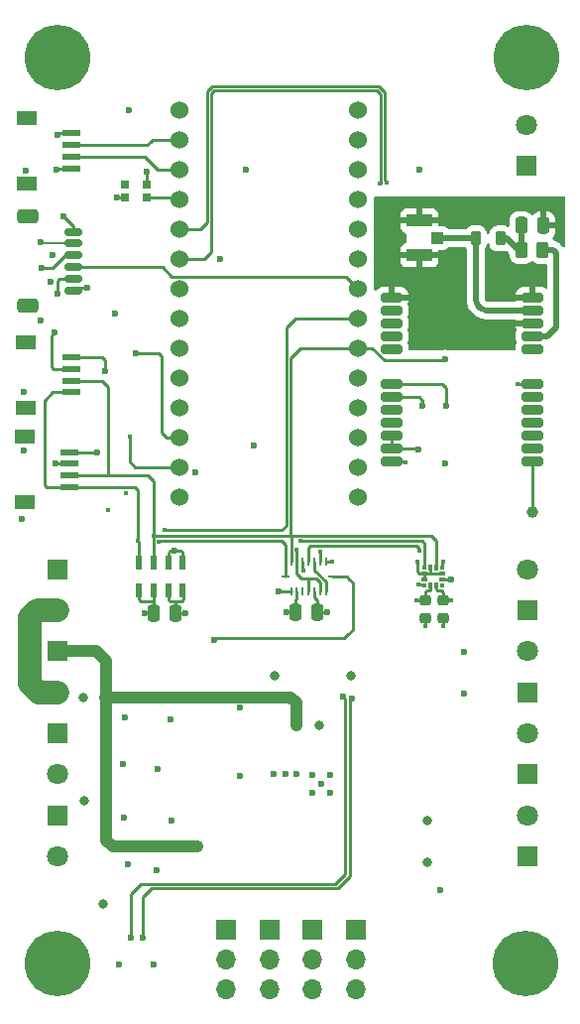
<source format=gbr>
%TF.GenerationSoftware,KiCad,Pcbnew,7.0.5*%
%TF.CreationDate,2023-07-17T20:29:58+05:30*%
%TF.ProjectId,Flight_Computer,466c6967-6874-45f4-936f-6d7075746572,rev?*%
%TF.SameCoordinates,Original*%
%TF.FileFunction,Copper,L1,Top*%
%TF.FilePolarity,Positive*%
%FSLAX46Y46*%
G04 Gerber Fmt 4.6, Leading zero omitted, Abs format (unit mm)*
G04 Created by KiCad (PCBNEW 7.0.5) date 2023-07-17 20:29:58*
%MOMM*%
%LPD*%
G01*
G04 APERTURE LIST*
G04 Aperture macros list*
%AMRoundRect*
0 Rectangle with rounded corners*
0 $1 Rounding radius*
0 $2 $3 $4 $5 $6 $7 $8 $9 X,Y pos of 4 corners*
0 Add a 4 corners polygon primitive as box body*
4,1,4,$2,$3,$4,$5,$6,$7,$8,$9,$2,$3,0*
0 Add four circle primitives for the rounded corners*
1,1,$1+$1,$2,$3*
1,1,$1+$1,$4,$5*
1,1,$1+$1,$6,$7*
1,1,$1+$1,$8,$9*
0 Add four rect primitives between the rounded corners*
20,1,$1+$1,$2,$3,$4,$5,0*
20,1,$1+$1,$4,$5,$6,$7,0*
20,1,$1+$1,$6,$7,$8,$9,0*
20,1,$1+$1,$8,$9,$2,$3,0*%
G04 Aperture macros list end*
%TA.AperFunction,SMDPad,CuDef*%
%ADD10R,1.550000X0.600000*%
%TD*%
%TA.AperFunction,SMDPad,CuDef*%
%ADD11R,1.800000X1.200000*%
%TD*%
%TA.AperFunction,ComponentPad*%
%ADD12C,5.600000*%
%TD*%
%TA.AperFunction,ComponentPad*%
%ADD13R,1.800000X1.800000*%
%TD*%
%TA.AperFunction,ComponentPad*%
%ADD14C,1.800000*%
%TD*%
%TA.AperFunction,ComponentPad*%
%ADD15R,1.700000X1.700000*%
%TD*%
%TA.AperFunction,ComponentPad*%
%ADD16O,1.700000X1.700000*%
%TD*%
%TA.AperFunction,ComponentPad*%
%ADD17C,1.530000*%
%TD*%
%TA.AperFunction,SMDPad,CuDef*%
%ADD18R,0.400000X0.400000*%
%TD*%
%TA.AperFunction,SMDPad,CuDef*%
%ADD19R,0.500000X0.300000*%
%TD*%
%TA.AperFunction,SMDPad,CuDef*%
%ADD20R,0.300000X0.500000*%
%TD*%
%TA.AperFunction,SMDPad,CuDef*%
%ADD21RoundRect,0.250000X0.250000X0.475000X-0.250000X0.475000X-0.250000X-0.475000X0.250000X-0.475000X0*%
%TD*%
%TA.AperFunction,SMDPad,CuDef*%
%ADD22RoundRect,0.218750X-0.218750X-0.381250X0.218750X-0.381250X0.218750X0.381250X-0.218750X0.381250X0*%
%TD*%
%TA.AperFunction,SMDPad,CuDef*%
%ADD23R,0.700000X0.700000*%
%TD*%
%TA.AperFunction,SMDPad,CuDef*%
%ADD24R,0.250000X0.675000*%
%TD*%
%TA.AperFunction,SMDPad,CuDef*%
%ADD25R,0.675000X0.250000*%
%TD*%
%TA.AperFunction,SMDPad,CuDef*%
%ADD26R,1.050000X1.000000*%
%TD*%
%TA.AperFunction,SMDPad,CuDef*%
%ADD27R,2.200000X1.050000*%
%TD*%
%TA.AperFunction,SMDPad,CuDef*%
%ADD28RoundRect,0.250000X-0.262500X-0.450000X0.262500X-0.450000X0.262500X0.450000X-0.262500X0.450000X0*%
%TD*%
%TA.AperFunction,SMDPad,CuDef*%
%ADD29RoundRect,0.150000X-0.625000X0.150000X-0.625000X-0.150000X0.625000X-0.150000X0.625000X0.150000X0*%
%TD*%
%TA.AperFunction,SMDPad,CuDef*%
%ADD30RoundRect,0.250000X-0.650000X0.350000X-0.650000X-0.350000X0.650000X-0.350000X0.650000X0.350000X0*%
%TD*%
%TA.AperFunction,SMDPad,CuDef*%
%ADD31R,0.530000X1.310000*%
%TD*%
%TA.AperFunction,SMDPad,CuDef*%
%ADD32RoundRect,0.250000X-0.250000X-0.475000X0.250000X-0.475000X0.250000X0.475000X-0.250000X0.475000X0*%
%TD*%
%TA.AperFunction,SMDPad,CuDef*%
%ADD33C,1.000000*%
%TD*%
%TA.AperFunction,SMDPad,CuDef*%
%ADD34RoundRect,0.225000X-0.250000X0.225000X-0.250000X-0.225000X0.250000X-0.225000X0.250000X0.225000X0*%
%TD*%
%TA.AperFunction,SMDPad,CuDef*%
%ADD35RoundRect,0.200000X0.700000X0.200000X-0.700000X0.200000X-0.700000X-0.200000X0.700000X-0.200000X0*%
%TD*%
%TA.AperFunction,ViaPad*%
%ADD36C,0.800000*%
%TD*%
%TA.AperFunction,ViaPad*%
%ADD37C,0.600000*%
%TD*%
%TA.AperFunction,ViaPad*%
%ADD38C,0.450000*%
%TD*%
%TA.AperFunction,Conductor*%
%ADD39C,0.250000*%
%TD*%
%TA.AperFunction,Conductor*%
%ADD40C,1.000000*%
%TD*%
%TA.AperFunction,Conductor*%
%ADD41C,0.200000*%
%TD*%
%TA.AperFunction,Conductor*%
%ADD42C,0.500000*%
%TD*%
%TA.AperFunction,Conductor*%
%ADD43C,2.000000*%
%TD*%
G04 APERTURE END LIST*
D10*
%TO.P,HD4,1,1*%
%TO.N,GND*%
X132100000Y-98600000D03*
%TO.P,HD4,2,2*%
%TO.N,+3V3*%
X132100000Y-99600000D03*
%TO.P,HD4,3,3*%
%TO.N,/GNSS_Radio/SDA*%
X132100000Y-100600000D03*
%TO.P,HD4,4,4*%
%TO.N,/GNSS_Radio/SCL*%
X132100000Y-101600000D03*
D11*
%TO.P,HD4,S1*%
%TO.N,N/C*%
X128225000Y-97300000D03*
%TO.P,HD4,S2*%
X128225000Y-102900000D03*
%TD*%
D12*
%TO.P,H2,1*%
%TO.N,N/C*%
X171000000Y-73000000D03*
%TD*%
D13*
%TO.P,J3,1,Pin_1*%
%TO.N,GND*%
X171000000Y-82250000D03*
D14*
%TO.P,J3,2,Pin_2*%
%TO.N,+3V3*%
X171000000Y-78750000D03*
%TD*%
D13*
%TO.P,TM1,1,Pin_1*%
%TO.N,GND*%
X130927600Y-116702000D03*
D14*
%TO.P,TM1,2,Pin_2*%
%TO.N,/BATT*%
X130927600Y-120202000D03*
%TD*%
D13*
%TO.P,TM2,1,Pin_1*%
%TO.N,+12V*%
X130927600Y-123702000D03*
D14*
%TO.P,TM2,2,Pin_2*%
%TO.N,/BATT*%
X130927600Y-127202000D03*
%TD*%
D13*
%TO.P,TM8,1,Pin_1*%
%TO.N,/PyroTechnic_Channels/-*%
X130927600Y-137702000D03*
D14*
%TO.P,TM8,2,Pin_2*%
%TO.N,/PyroTechnic_Channels/VOUT1*%
X130927600Y-141202000D03*
%TD*%
D12*
%TO.P,H4,1*%
%TO.N,N/C*%
X130950000Y-150300000D03*
%TD*%
D13*
%TO.P,TM3,1,Pin_1*%
%TO.N,/PyroTechnic_Channels/-*%
X130927600Y-130702000D03*
D14*
%TO.P,TM3,2,Pin_2*%
%TO.N,/PyroTechnic_Channels/VOUT2*%
X130927600Y-134202000D03*
%TD*%
D15*
%TO.P,M3,1,PWM*%
%TO.N,/Peripherals+Outputs/FIN2*%
X152744124Y-147485825D03*
D16*
%TO.P,M3,2,+*%
%TO.N,/Peripherals+Outputs/Servo_PWR*%
X152744124Y-150025825D03*
%TO.P,M3,3,-*%
%TO.N,GND*%
X152744124Y-152565825D03*
%TD*%
D15*
%TO.P,M4,1,PWM*%
%TO.N,/Peripherals+Outputs/FIN1*%
X156444124Y-147485825D03*
D16*
%TO.P,M4,2,+*%
%TO.N,/Peripherals+Outputs/Servo_PWR*%
X156444124Y-150025825D03*
%TO.P,M4,3,-*%
%TO.N,GND*%
X156444124Y-152565825D03*
%TD*%
D17*
%TO.P,U3,0,RX1/PWM*%
%TO.N,/Peripherals+Outputs/RX*%
X141380000Y-80030000D03*
%TO.P,U3,1,TX1/PWM*%
%TO.N,/Peripherals+Outputs/TX*%
X141380000Y-82570000D03*
%TO.P,U3,2,OUT2/PWM*%
%TO.N,/Peripherals+Outputs/NEO-PIX*%
X141380000Y-85110000D03*
%TO.P,U3,3,LRCLK2/PWM*%
%TO.N,/Peripherals+Outputs/Z-*%
X141380000Y-87650000D03*
%TO.P,U3,4,BCLK2/PWM*%
%TO.N,/Peripherals+Outputs/Z+*%
X141380000Y-90190000D03*
%TO.P,U3,5,IN2/PWM*%
%TO.N,/Peripherals+Outputs/FIN1*%
X141380000Y-92730000D03*
%TO.P,U3,6,OUT1D/PWM*%
%TO.N,/Peripherals+Outputs/FIN2*%
X141380000Y-95270000D03*
%TO.P,U3,7,RX2/PWM*%
%TO.N,/Peripherals+Outputs/TVCX*%
X141380000Y-97810000D03*
%TO.P,U3,8,TX2/PWM*%
%TO.N,/Peripherals+Outputs/TVCY*%
X141380000Y-100350000D03*
%TO.P,U3,9,OUT1C/PWM*%
%TO.N,/Proc/Accel_INT*%
X141380000Y-102890000D03*
%TO.P,U3,10,CS*%
%TO.N,/Flash_SD_Card/FLASH-CS*%
X141380000Y-105430000D03*
%TO.P,U3,11,MOSI*%
%TO.N,/Flash_SD_Card/MOSI*%
X141380000Y-107970000D03*
%TO.P,U3,12,MISO*%
%TO.N,/Flash_SD_Card/MISO*%
X141380000Y-110510000D03*
%TO.P,U3,13,SCK/LED*%
%TO.N,/Flash_SD_Card/SCK*%
X156620000Y-110510000D03*
%TO.P,U3,14,A0/TX*%
%TO.N,/Power_Input_Regulator/VOLTAGE*%
X156620000Y-107970000D03*
%TO.P,U3,15,A1/RX*%
%TO.N,/Peripherals+Outputs/Buzz*%
X156620000Y-105430000D03*
%TO.P,U3,16,A2/SCL1*%
%TO.N,/Proc/Gyro_INT*%
X156620000Y-102890000D03*
%TO.P,U3,17,A3/SDA1*%
%TO.N,/Proc/Mag_INT*%
X156620000Y-100350000D03*
%TO.P,U3,18,A4/SDA*%
%TO.N,/GNSS_Radio/SDA*%
X156620000Y-97810000D03*
%TO.P,U3,19,A5/SCL*%
%TO.N,/GNSS_Radio/SCL*%
X156620000Y-95270000D03*
%TO.P,U3,20,A6/TX*%
%TO.N,/Peripherals+Outputs/CS*%
X156620000Y-92730000D03*
%TO.P,U3,21,A7/RX*%
%TO.N,/Flash_SD_Card/SD-CS*%
X156620000Y-90190000D03*
%TO.P,U3,22,A8/CTX1*%
%TO.N,/Proc/PY2*%
X156620000Y-87650000D03*
%TO.P,U3,23,A9/CRX1*%
%TO.N,/Proc/PY1*%
X156620000Y-85110000D03*
%TO.P,U3,24,3.3V*%
%TO.N,+3V3*%
X156620000Y-82570000D03*
%TO.P,U3,G1,GND*%
%TO.N,GND*%
X141380000Y-77490000D03*
%TO.P,U3,G3,GND*%
X156620000Y-80030000D03*
%TO.P,U3,VIN,VIN*%
%TO.N,+5V*%
X156620000Y-77490000D03*
%TD*%
D15*
%TO.P,M1,1,PWM*%
%TO.N,/Peripherals+Outputs/TVCY*%
X145334124Y-147485825D03*
D16*
%TO.P,M1,2,+*%
%TO.N,/Peripherals+Outputs/Servo_PWR*%
X145334124Y-150025825D03*
%TO.P,M1,3,-*%
%TO.N,GND*%
X145334124Y-152565825D03*
%TD*%
D15*
%TO.P,M2,1,PWM*%
%TO.N,/Peripherals+Outputs/TVCX*%
X149034124Y-147485825D03*
D16*
%TO.P,M2,2,+*%
%TO.N,/Peripherals+Outputs/Servo_PWR*%
X149034124Y-150025825D03*
%TO.P,M2,3,-*%
%TO.N,GND*%
X149034124Y-152565825D03*
%TD*%
D12*
%TO.P,H3,1*%
%TO.N,N/C*%
X170950000Y-150300000D03*
%TD*%
%TO.P,H1,1*%
%TO.N,N/C*%
X130950000Y-73000000D03*
%TD*%
D18*
%TO.P,U1,1,SCL*%
%TO.N,/GNSS_Radio/SCL*%
X162312500Y-116550000D03*
D19*
%TO.P,U1,2,RES*%
%TO.N,GND*%
X162312500Y-117050000D03*
%TO.P,U1,3,GND*%
X162312500Y-117550000D03*
D18*
%TO.P,U1,4,C1*%
%TO.N,Net-(U1-C1)*%
X162312500Y-118050000D03*
D20*
%TO.P,U1,5,VDD*%
%TO.N,+3V3*%
X162825000Y-118062500D03*
%TO.P,U1,6,VDDIO*%
X163325000Y-118062500D03*
D18*
%TO.P,U1,7,INT*%
%TO.N,unconnected-(U1-INT-Pad7)*%
X163837500Y-118050000D03*
D19*
%TO.P,U1,8,DRDY*%
%TO.N,/Proc/Mag_INT*%
X163837500Y-117550000D03*
%TO.P,U1,9,SDO*%
%TO.N,GND*%
X163837500Y-117050000D03*
D18*
%TO.P,U1,10,CS*%
%TO.N,+3V3*%
X163837500Y-116550000D03*
D20*
%TO.P,U1,11,SDA*%
%TO.N,/GNSS_Radio/SDA*%
X163325000Y-116537500D03*
%TO.P,U1,12,RES*%
%TO.N,GND*%
X162825000Y-116537500D03*
%TD*%
D21*
%TO.P,C13,1*%
%TO.N,+3V3*%
X153175000Y-120375000D03*
%TO.P,C13,2*%
%TO.N,GND*%
X151275000Y-120375000D03*
%TD*%
D22*
%TO.P,L2,1,1*%
%TO.N,/GNSS_Radio/GNSS_ANT*%
X166662500Y-88475000D03*
%TO.P,L2,2,2*%
%TO.N,Net-(C6-Pad1)*%
X168787500Y-88475000D03*
%TD*%
D10*
%TO.P,HD2,1,1*%
%TO.N,GND*%
X132000000Y-106700000D03*
%TO.P,HD2,2,2*%
%TO.N,+3V3*%
X132000000Y-107700000D03*
%TO.P,HD2,3,3*%
%TO.N,/GNSS_Radio/SDA*%
X132000000Y-108700000D03*
%TO.P,HD2,4,4*%
%TO.N,/GNSS_Radio/SCL*%
X132000000Y-109700000D03*
D11*
%TO.P,HD2,S1*%
%TO.N,N/C*%
X128125000Y-105400000D03*
%TO.P,HD2,S2*%
X128125000Y-111000000D03*
%TD*%
D23*
%TO.P,D1,1,DOUT*%
%TO.N,unconnected-(D1-DOUT-Pad1)*%
X136732500Y-83875000D03*
%TO.P,D1,2,VSS*%
%TO.N,GND*%
X136732500Y-84975000D03*
%TO.P,D1,3,DIN*%
%TO.N,/Peripherals+Outputs/NEO-PIX*%
X138562500Y-84975000D03*
%TO.P,D1,4,VDD*%
%TO.N,+3V3*%
X138562500Y-83875000D03*
%TD*%
D10*
%TO.P,HD1,1,1*%
%TO.N,GND*%
X132170000Y-79500000D03*
%TO.P,HD1,2,2*%
%TO.N,/Peripherals+Outputs/RX*%
X132170000Y-80500000D03*
%TO.P,HD1,3,3*%
%TO.N,/Peripherals+Outputs/TX*%
X132170000Y-81500000D03*
%TO.P,HD1,4,4*%
%TO.N,+3V3*%
X132170000Y-82500000D03*
D11*
%TO.P,HD1,S1*%
%TO.N,N/C*%
X128295000Y-78200000D03*
%TO.P,HD1,S2*%
X128295000Y-83800000D03*
%TD*%
D24*
%TO.P,U7,1,INT2*%
%TO.N,Net-(U7-INT2)*%
X153900000Y-118562500D03*
%TO.P,U7,2,NC*%
%TO.N,GND*%
X153400000Y-118562500D03*
%TO.P,U7,3,VDD*%
%TO.N,+3V3*%
X152900000Y-118562500D03*
%TO.P,U7,4,GND*%
%TO.N,GND*%
X152400000Y-118562500D03*
%TO.P,U7,5,CSB2*%
%TO.N,unconnected-(U7-CSB2-Pad5)*%
X151900000Y-118562500D03*
%TO.P,U7,6,GNDIO*%
%TO.N,GND*%
X151400000Y-118562500D03*
%TO.P,U7,7,PS*%
%TO.N,+3V3*%
X150900000Y-118562500D03*
D25*
%TO.P,U7,8,SCL*%
%TO.N,/GNSS_Radio/SCL*%
X150387500Y-117300000D03*
D24*
%TO.P,U7,9,SDA*%
%TO.N,/GNSS_Radio/SDA*%
X150900000Y-116037500D03*
%TO.P,U7,10,SDO2*%
%TO.N,GND*%
X151400000Y-116037500D03*
%TO.P,U7,11,VDDIO*%
%TO.N,+3V3*%
X151900000Y-116037500D03*
%TO.P,U7,12,INT3*%
%TO.N,/Proc/Gyro_INT*%
X152400000Y-116037500D03*
%TO.P,U7,13,INT4*%
%TO.N,Net-(U7-INT2)*%
X152900000Y-116037500D03*
%TO.P,U7,14,CSB1*%
%TO.N,+3V3*%
X153400000Y-116037500D03*
%TO.P,U7,15,SDO1*%
%TO.N,GND*%
X153900000Y-116037500D03*
D25*
%TO.P,U7,16,INT1*%
%TO.N,/Proc/Accel_INT*%
X154412500Y-117300000D03*
%TD*%
D26*
%TO.P,U6,1*%
%TO.N,/GNSS_Radio/GNSS_ANT*%
X163375000Y-88425000D03*
D27*
%TO.P,U6,2*%
%TO.N,GND*%
X161850000Y-89900000D03*
X161850000Y-86950000D03*
%TD*%
D28*
%TO.P,R3,1*%
%TO.N,Net-(C6-Pad1)*%
X170562500Y-89425000D03*
%TO.P,R3,2*%
%TO.N,/GNSS_Radio/VREF_GNSS*%
X172387500Y-89425000D03*
%TD*%
D13*
%TO.P,J6,1,Pin_1*%
%TO.N,GND*%
X171125000Y-134202000D03*
D14*
%TO.P,J6,2,Pin_2*%
%TO.N,+5V*%
X171125000Y-130702000D03*
%TD*%
D13*
%TO.P,J2,1,Pin_1*%
%TO.N,/GNSS_Radio/SCL*%
X171125000Y-120202000D03*
D14*
%TO.P,J2,2,Pin_2*%
%TO.N,/GNSS_Radio/SDA*%
X171125000Y-116702000D03*
%TD*%
D29*
%TO.P,U9,1,1*%
%TO.N,+3V3*%
X132300000Y-87900000D03*
%TO.P,U9,2,2*%
%TO.N,/Flash_SD_Card/MOSI*%
X132300000Y-88900000D03*
%TO.P,U9,3,3*%
%TO.N,/Flash_SD_Card/SCK*%
X132300000Y-89900000D03*
%TO.P,U9,4,4*%
%TO.N,/Peripherals+Outputs/CS*%
X132300000Y-90900000D03*
%TO.P,U9,5,5*%
%TO.N,/Flash_SD_Card/MISO*%
X132300000Y-91900000D03*
%TO.P,U9,6,6*%
%TO.N,GND*%
X132300000Y-92900000D03*
D30*
%TO.P,U9,MP*%
%TO.N,N/C*%
X128425000Y-86600000D03*
X128425000Y-94200000D03*
%TD*%
D31*
%TO.P,U8,1,VDD*%
%TO.N,+3V3*%
X137900000Y-118500000D03*
%TO.P,U8,2,PS*%
X139150000Y-118500000D03*
%TO.P,U8,3,GND*%
%TO.N,GND*%
X140400000Y-118500000D03*
%TO.P,U8,4,CSB*%
X141650000Y-118500000D03*
%TO.P,U8,5,CSB*%
X141650000Y-116100000D03*
%TO.P,U8,6,SDO*%
X140400000Y-116100000D03*
%TO.P,U8,7,SDA*%
%TO.N,/GNSS_Radio/SDA*%
X139150000Y-116100000D03*
%TO.P,U8,8,SCLK*%
%TO.N,/GNSS_Radio/SCL*%
X137900000Y-116100000D03*
%TD*%
D13*
%TO.P,J4,1,Pin_1*%
%TO.N,/Peripherals+Outputs/RX*%
X171125000Y-127202000D03*
D14*
%TO.P,J4,2,Pin_2*%
%TO.N,/Peripherals+Outputs/TX*%
X171125000Y-123702000D03*
%TD*%
D32*
%TO.P,C12,1*%
%TO.N,+3V3*%
X139150000Y-120475000D03*
%TO.P,C12,2*%
%TO.N,GND*%
X141050000Y-120475000D03*
%TD*%
D33*
%TO.P,TP1,1*%
%TO.N,Net-(U4-~{SAFEBOOT})*%
X171500000Y-111825000D03*
%TD*%
D34*
%TO.P,C2,1*%
%TO.N,+3V3*%
X162325000Y-119325000D03*
%TO.P,C2,2*%
%TO.N,GND*%
X162325000Y-120875000D03*
%TD*%
D35*
%TO.P,U4,1,~{SAFEBOOT}*%
%TO.N,Net-(U4-~{SAFEBOOT})*%
X171500000Y-107500000D03*
%TO.P,U4,2,D_SEL*%
%TO.N,unconnected-(U4-D_SEL-Pad2)*%
X171500000Y-106400000D03*
%TO.P,U4,3,TIMEPULSE*%
%TO.N,unconnected-(U4-TIMEPULSE-Pad3)*%
X171500000Y-105300000D03*
%TO.P,U4,4,EXTINT*%
%TO.N,unconnected-(U4-EXTINT-Pad4)*%
X171500000Y-104200000D03*
%TO.P,U4,5,USB_DM*%
%TO.N,unconnected-(U4-USB_DM-Pad5)*%
X171500000Y-103100000D03*
%TO.P,U4,6,USB_DP*%
%TO.N,unconnected-(U4-USB_DP-Pad6)*%
X171500000Y-102000000D03*
%TO.P,U4,7,VDD_USB*%
%TO.N,GND*%
X171500000Y-100900000D03*
%TO.P,U4,8,~{RESET}*%
%TO.N,unconnected-(U4-~{RESET}-Pad8)*%
X171500000Y-97900000D03*
%TO.P,U4,9,VCC_RF*%
%TO.N,/GNSS_Radio/VREF_GNSS*%
X171500000Y-96800000D03*
%TO.P,U4,10,GND*%
%TO.N,GND*%
X171500000Y-95700000D03*
%TO.P,U4,11,RF_IN*%
%TO.N,/GNSS_Radio/GNSS_ANT*%
X171500000Y-94600000D03*
%TO.P,U4,12,GND*%
%TO.N,GND*%
X171500000Y-93500000D03*
%TO.P,U4,13,GND*%
X159500000Y-93500000D03*
%TO.P,U4,14,LNA_EN*%
%TO.N,unconnected-(U4-LNA_EN-Pad14)*%
X159500000Y-94600000D03*
%TO.P,U4,15,RESERVED*%
%TO.N,unconnected-(U4-RESERVED-Pad15)*%
X159500000Y-95700000D03*
%TO.P,U4,16,RESERVED*%
%TO.N,unconnected-(U4-RESERVED-Pad16)*%
X159500000Y-96800000D03*
%TO.P,U4,17,RESERVED*%
%TO.N,unconnected-(U4-RESERVED-Pad17)*%
X159500000Y-97900000D03*
%TO.P,U4,18,SDA/~{SPI_CS}*%
%TO.N,Net-(U4-SDA{slash}~{SPI_CS})*%
X159500000Y-100900000D03*
%TO.P,U4,19,SCL/SPI_CLK*%
%TO.N,Net-(U4-SCL{slash}SPI_CLK)*%
X159500000Y-102000000D03*
%TO.P,U4,20,TXD/SPI_MISO*%
%TO.N,unconnected-(U4-TXD{slash}SPI_MISO-Pad20)*%
X159500000Y-103100000D03*
%TO.P,U4,21,RXD/SPI_MOSI*%
%TO.N,unconnected-(U4-RXD{slash}SPI_MOSI-Pad21)*%
X159500000Y-104200000D03*
%TO.P,U4,22,V_BCKP*%
%TO.N,+3V3*%
X159500000Y-105300000D03*
%TO.P,U4,23,VCC*%
X159500000Y-106400000D03*
%TO.P,U4,24,GND*%
%TO.N,GND*%
X159500000Y-107500000D03*
%TD*%
D32*
%TO.P,C6,1*%
%TO.N,Net-(C6-Pad1)*%
X170550000Y-87375000D03*
%TO.P,C6,2*%
%TO.N,GND*%
X172450000Y-87375000D03*
%TD*%
D34*
%TO.P,C3,1*%
%TO.N,+3V3*%
X163850000Y-119325000D03*
%TO.P,C3,2*%
%TO.N,GND*%
X163850000Y-120875000D03*
%TD*%
D13*
%TO.P,J1,1,Pin_1*%
%TO.N,/Peripherals+Outputs/Z+*%
X171125000Y-141202000D03*
D14*
%TO.P,J1,2,Pin_2*%
%TO.N,/Peripherals+Outputs/Z-*%
X171125000Y-137702000D03*
%TD*%
D36*
%TO.N,GND*%
X149500000Y-125750000D03*
D37*
X162000000Y-91250000D03*
X159900000Y-85350000D03*
X165500000Y-93500000D03*
X134300000Y-106700000D03*
X165425000Y-86875000D03*
X168500000Y-95750000D03*
X154250000Y-135750000D03*
X140975000Y-115150000D03*
D38*
X170275000Y-100900000D03*
D37*
X137075000Y-77525000D03*
X159900000Y-89000000D03*
X167750000Y-91250000D03*
D36*
X162550000Y-141725000D03*
D37*
X163400000Y-85350000D03*
X135025000Y-99750000D03*
X141850000Y-120475000D03*
X164100000Y-90500000D03*
X170000000Y-95750000D03*
X128100000Y-101600000D03*
D38*
X154400000Y-116025000D03*
D37*
X164075000Y-86875000D03*
X166100000Y-86875000D03*
X153500000Y-135000000D03*
X164100000Y-89750000D03*
X164100000Y-91250000D03*
D38*
X160700000Y-107575000D03*
D37*
X167750000Y-89750000D03*
X161300000Y-91250000D03*
D36*
X133200000Y-136425000D03*
D37*
X165500000Y-94250000D03*
X136625000Y-137850000D03*
X169250000Y-93500000D03*
X159900000Y-91250000D03*
X140650000Y-138150000D03*
X162000000Y-85350000D03*
X170000000Y-93500000D03*
X150500000Y-120350000D03*
X168500000Y-93500000D03*
X152750000Y-134250000D03*
X167750000Y-92000000D03*
X162700000Y-91250000D03*
X136975000Y-141900000D03*
X164075000Y-107650000D03*
X130960000Y-79610000D03*
X139200000Y-150400000D03*
X163400000Y-91250000D03*
X147750000Y-106150000D03*
X167750000Y-95750000D03*
X136525000Y-133350000D03*
D36*
X153275000Y-129976500D03*
D37*
X169250000Y-95750000D03*
X159900000Y-86050000D03*
X166250000Y-95500000D03*
X136075000Y-84950000D03*
X159900000Y-88250000D03*
X159900000Y-90500000D03*
X159900000Y-87500000D03*
X167750000Y-90500000D03*
X165500000Y-91250000D03*
X167000000Y-95750000D03*
X160600000Y-91250000D03*
D36*
X133175000Y-127600000D03*
D37*
X144800000Y-90200000D03*
X165500000Y-89750000D03*
X166775000Y-86875000D03*
X167750000Y-92750000D03*
X159900000Y-89750000D03*
D38*
X151400000Y-115050000D03*
X162325000Y-121525000D03*
D37*
X154250000Y-134250000D03*
X135900000Y-94875000D03*
X133500000Y-92700000D03*
X162700000Y-85350000D03*
X167750000Y-93500000D03*
X164100000Y-86150000D03*
X150404000Y-134200000D03*
X130375000Y-92125000D03*
D36*
X134850000Y-145250000D03*
D37*
X129500000Y-95500000D03*
X140575000Y-129525000D03*
X165500000Y-92000000D03*
X164100000Y-85350000D03*
D38*
X161700000Y-116050000D03*
D37*
X128225000Y-82725000D03*
X168125000Y-86875000D03*
X151400000Y-134200000D03*
X149400000Y-134200000D03*
X165750000Y-95000000D03*
X167450000Y-86875000D03*
D38*
X163850000Y-121550000D03*
D37*
X161300000Y-85350000D03*
X164750000Y-86875000D03*
X159900000Y-86750000D03*
D36*
X162550000Y-138100000D03*
D37*
X165500000Y-90500000D03*
X168800000Y-86875000D03*
X160600000Y-85350000D03*
X165500000Y-92750000D03*
X164800000Y-89750000D03*
X136675000Y-129300000D03*
X127875000Y-112425000D03*
X152750000Y-135750000D03*
D36*
%TO.N,+5V*%
X156000000Y-125798500D03*
D37*
%TO.N,+3V3*%
X161875000Y-82575000D03*
X139450000Y-142375000D03*
D38*
X151950000Y-116775000D03*
D37*
X161775000Y-106500000D03*
X136200000Y-150400000D03*
X138375000Y-120475000D03*
D38*
X153400000Y-115173500D03*
X135300000Y-111650000D03*
X161600000Y-119325000D03*
X164550000Y-119325000D03*
D37*
X139525000Y-133725000D03*
X153975000Y-120350000D03*
X128100000Y-106550000D03*
D38*
X163850000Y-116075000D03*
D37*
X130675000Y-96525000D03*
X130500000Y-89900000D03*
X149850000Y-118600000D03*
X131500000Y-86600000D03*
X130800000Y-107700000D03*
X130850000Y-82625000D03*
X138600000Y-82800000D03*
D36*
%TO.N,+12V*%
X135100000Y-136350000D03*
X135050000Y-127600000D03*
X142870000Y-140360000D03*
X151375000Y-129976500D03*
D38*
%TO.N,Net-(U1-C1)*%
X161750000Y-118025000D03*
D37*
%TO.N,/Flash_SD_Card/FLASH-CS*%
X137675000Y-98225000D03*
%TO.N,/Power_Input_Regulator/VOLTAGE*%
X142725000Y-108450000D03*
D38*
X136830000Y-110176500D03*
D37*
%TO.N,/Flash_SD_Card/MISO*%
X130950000Y-93175000D03*
%TO.N,/Flash_SD_Card/MOSI*%
X129475000Y-88775000D03*
D38*
X137110000Y-105390000D03*
D37*
%TO.N,/Flash_SD_Card/SCK*%
X129575000Y-90975000D03*
%TO.N,Net-(U4-SDA{slash}~{SPI_CS})*%
X164125000Y-102725000D03*
%TO.N,/Peripherals+Outputs/TX*%
X155379973Y-127523480D03*
X147000000Y-82600000D03*
X137200000Y-148150000D03*
X165680000Y-123740000D03*
%TO.N,/Peripherals+Outputs/RX*%
X156115705Y-127700000D03*
X165635030Y-127285030D03*
X138200000Y-148150000D03*
D38*
%TO.N,/Peripherals+Outputs/Z+*%
X158475000Y-83825000D03*
%TO.N,/Peripherals+Outputs/Z-*%
X159050000Y-83675000D03*
D37*
%TO.N,Net-(U4-SCL{slash}SPI_CLK)*%
X162100000Y-102750000D03*
D38*
%TO.N,/GNSS_Radio/SCL*%
X151675000Y-114301500D03*
X140101500Y-113348500D03*
X139626500Y-114325000D03*
X137825000Y-114275000D03*
D37*
%TO.N,/GNSS_Radio/SDA*%
X164050000Y-98775000D03*
D38*
X139150000Y-113825000D03*
D37*
%TO.N,/Peripherals+Outputs/FIN1*%
X163600000Y-144050000D03*
D38*
%TO.N,/Proc/Gyro_INT*%
X161836000Y-115097421D03*
D37*
%TO.N,/Proc/Accel_INT*%
X144305624Y-122725000D03*
%TO.N,/Proc/Mag_INT*%
X164550000Y-117550000D03*
%TO.N,/Proc/PY1*%
X146539144Y-134290000D03*
%TO.N,/Proc/PY2*%
X146539144Y-128526500D03*
%TD*%
D39*
%TO.N,GND*%
X141100000Y-119425000D02*
X141525000Y-119425000D01*
X141700000Y-118550000D02*
X141650000Y-118500000D01*
X153050000Y-117475000D02*
X152475000Y-117475000D01*
X154387500Y-116037500D02*
X154400000Y-116025000D01*
X140400000Y-115275000D02*
X140500000Y-115175000D01*
X136732500Y-84975000D02*
X136100000Y-84975000D01*
X160625000Y-107500000D02*
X160700000Y-107575000D01*
X140400000Y-118500000D02*
X140400000Y-119275000D01*
X152400000Y-118562500D02*
X152400000Y-117550000D01*
X141050000Y-120475000D02*
X141050000Y-119475000D01*
X132300000Y-92700000D02*
X133500000Y-92700000D01*
X163850000Y-120875000D02*
X163850000Y-121550000D01*
X141525000Y-119425000D02*
X141700000Y-119250000D01*
X152475000Y-117475000D02*
X151800000Y-117475000D01*
X161700000Y-116850000D02*
X161900000Y-117050000D01*
X171500000Y-100900000D02*
X170275000Y-100900000D01*
X132100000Y-98600000D02*
X134800000Y-98600000D01*
X162312500Y-117550000D02*
X162312500Y-117050000D01*
X153400000Y-117825000D02*
X153050000Y-117475000D01*
X152400000Y-117550000D02*
X152475000Y-117475000D01*
X141700000Y-119250000D02*
X141700000Y-118550000D01*
X151250000Y-119325000D02*
X151250000Y-120350000D01*
X162312500Y-117050000D02*
X162900000Y-117050000D01*
X161900000Y-117050000D02*
X162312500Y-117050000D01*
X132000000Y-106700000D02*
X134300000Y-106700000D01*
X151400000Y-119175000D02*
X151250000Y-119325000D01*
X140400000Y-119275000D02*
X140550000Y-119425000D01*
X162825000Y-116975000D02*
X162900000Y-117050000D01*
X153400000Y-118562500D02*
X153400000Y-117825000D01*
X135025000Y-98825000D02*
X135025000Y-99750000D01*
X153900000Y-116037500D02*
X154387500Y-116037500D01*
X151250000Y-120350000D02*
X151275000Y-120375000D01*
X151400000Y-115050000D02*
X151400000Y-116037500D01*
X141650000Y-116100000D02*
X141650000Y-115275000D01*
X151400000Y-117075000D02*
X151400000Y-116037500D01*
X141050000Y-119475000D02*
X141100000Y-119425000D01*
X134800000Y-98600000D02*
X135025000Y-98825000D01*
X141650000Y-115275000D02*
X141525000Y-115150000D01*
X131070000Y-79500000D02*
X130960000Y-79610000D01*
X150525000Y-120375000D02*
X151275000Y-120375000D01*
X159500000Y-107500000D02*
X160625000Y-107500000D01*
X151800000Y-117475000D02*
X151400000Y-117075000D01*
X140550000Y-119425000D02*
X141100000Y-119425000D01*
X140400000Y-116100000D02*
X140400000Y-115275000D01*
X136100000Y-84975000D02*
X136075000Y-84950000D01*
X151400000Y-118562500D02*
X151400000Y-119175000D01*
X140500000Y-115175000D02*
X140525000Y-115150000D01*
X162825000Y-116537500D02*
X162825000Y-116975000D01*
X141525000Y-115150000D02*
X140975000Y-115150000D01*
X162325000Y-120875000D02*
X162325000Y-121525000D01*
X162900000Y-117050000D02*
X163837500Y-117050000D01*
X132170000Y-79500000D02*
X131070000Y-79500000D01*
X141050000Y-120475000D02*
X141850000Y-120475000D01*
X140525000Y-115150000D02*
X140975000Y-115150000D01*
X150500000Y-120350000D02*
X150525000Y-120375000D01*
X161700000Y-116050000D02*
X161700000Y-116850000D01*
%TO.N,+3V3*%
X149887500Y-118562500D02*
X150900000Y-118562500D01*
X153175000Y-119350000D02*
X153175000Y-120375000D01*
X152900000Y-119075000D02*
X153175000Y-119350000D01*
X130675000Y-96525000D02*
X130475000Y-96725000D01*
X152900000Y-118562500D02*
X152900000Y-119075000D01*
X162825000Y-118441500D02*
X162764500Y-118502000D01*
X130600000Y-99600000D02*
X132100000Y-99600000D01*
X151900000Y-116037500D02*
X151900000Y-116725000D01*
X151900000Y-116725000D02*
X151950000Y-116775000D01*
X153975000Y-120350000D02*
X153950000Y-120375000D01*
X162825000Y-118062500D02*
X162825000Y-118441500D01*
X163837500Y-116550000D02*
X163837500Y-116087500D01*
X161675000Y-106400000D02*
X159500000Y-106400000D01*
X130475000Y-99475000D02*
X130600000Y-99600000D01*
X132170000Y-82500000D02*
X130975000Y-82500000D01*
X163325000Y-118062500D02*
X163325000Y-118441500D01*
X130475000Y-96725000D02*
X130475000Y-99475000D01*
X161775000Y-106500000D02*
X161675000Y-106400000D01*
X139150000Y-119400000D02*
X139150000Y-120475000D01*
X159500000Y-106400000D02*
X159500000Y-105300000D01*
X149850000Y-118600000D02*
X149887500Y-118562500D01*
X132300000Y-87400000D02*
X131500000Y-86600000D01*
X163837500Y-116087500D02*
X163850000Y-116075000D01*
X163385500Y-118502000D02*
X163727000Y-118502000D01*
X138075000Y-119400000D02*
X139150000Y-119400000D01*
X153400000Y-115173500D02*
X153400000Y-116037500D01*
X163850000Y-119325000D02*
X164550000Y-119325000D01*
X163727000Y-118502000D02*
X163850000Y-118625000D01*
X130975000Y-82500000D02*
X130850000Y-82625000D01*
X163850000Y-118625000D02*
X163850000Y-119325000D01*
X139150000Y-120475000D02*
X138375000Y-120475000D01*
X137900000Y-119225000D02*
X138075000Y-119400000D01*
X132300000Y-87700000D02*
X132300000Y-87400000D01*
X153950000Y-120375000D02*
X153175000Y-120375000D01*
X138562500Y-82837500D02*
X138562500Y-83875000D01*
X162325000Y-119325000D02*
X161600000Y-119325000D01*
X162473000Y-118502000D02*
X162325000Y-118650000D01*
X130800000Y-107700000D02*
X132000000Y-107700000D01*
X139150000Y-118500000D02*
X139150000Y-119400000D01*
X138600000Y-82800000D02*
X138562500Y-82837500D01*
X162325000Y-118650000D02*
X162325000Y-119325000D01*
X163325000Y-118441500D02*
X163385500Y-118502000D01*
X162764500Y-118502000D02*
X162473000Y-118502000D01*
X137900000Y-118500000D02*
X137900000Y-119225000D01*
D40*
%TO.N,+12V*%
X150875000Y-127600000D02*
X151375000Y-128100000D01*
X135100000Y-136350000D02*
X135100000Y-124550000D01*
X135050000Y-127600000D02*
X150875000Y-127600000D01*
X135100000Y-139800000D02*
X135100000Y-136350000D01*
X135100000Y-124550000D02*
X134252000Y-123702000D01*
X151375000Y-128100000D02*
X151375000Y-129976500D01*
X142870000Y-140360000D02*
X135660000Y-140360000D01*
X135660000Y-140360000D02*
X135100000Y-139800000D01*
X134252000Y-123702000D02*
X130927600Y-123702000D01*
D39*
%TO.N,Net-(U1-C1)*%
X162287500Y-118025000D02*
X162312500Y-118050000D01*
X161750000Y-118025000D02*
X162287500Y-118025000D01*
%TO.N,/Flash_SD_Card/FLASH-CS*%
X137764924Y-98219863D02*
X137680137Y-98219863D01*
X139850000Y-105040000D02*
X140240000Y-105430000D01*
X137764924Y-98219863D02*
X139579863Y-98219863D01*
X137680137Y-98219863D02*
X137675000Y-98225000D01*
X140240000Y-105430000D02*
X141380000Y-105430000D01*
X139579863Y-98219863D02*
X139850000Y-98490000D01*
X139850000Y-98490000D02*
X139850000Y-105040000D01*
%TO.N,/Flash_SD_Card/MISO*%
X131100000Y-91900000D02*
X130950000Y-92050000D01*
X132300000Y-91900000D02*
X131100000Y-91900000D01*
X130950000Y-93175000D02*
X130950000Y-92050000D01*
%TO.N,/Flash_SD_Card/MOSI*%
X137110000Y-107510000D02*
X137110000Y-105390000D01*
D41*
X132300000Y-88900000D02*
X129600000Y-88900000D01*
D39*
X141380000Y-107970000D02*
X137570000Y-107970000D01*
D41*
X129600000Y-88900000D02*
X129475000Y-88775000D01*
D39*
X137570000Y-107970000D02*
X137110000Y-107510000D01*
%TO.N,/Flash_SD_Card/SCK*%
X130525000Y-90975000D02*
X131600000Y-89900000D01*
X131600000Y-89900000D02*
X132300000Y-89900000D01*
X129575000Y-90975000D02*
X130525000Y-90975000D01*
%TO.N,Net-(U4-SDA{slash}~{SPI_CS})*%
X164100000Y-101175000D02*
X164125000Y-101200000D01*
X164125000Y-101200000D02*
X164125000Y-102725000D01*
X159500000Y-100900000D02*
X163825000Y-100900000D01*
X163825000Y-100900000D02*
X164100000Y-101175000D01*
D42*
%TO.N,Net-(C6-Pad1)*%
X170562500Y-89425000D02*
X170300000Y-89425000D01*
X170562500Y-88437500D02*
X170562500Y-87387500D01*
X170562500Y-89425000D02*
X170562500Y-88437500D01*
X169350000Y-88475000D02*
X168787500Y-88475000D01*
X170300000Y-89425000D02*
X169350000Y-88475000D01*
X168825000Y-88437500D02*
X168787500Y-88475000D01*
X170562500Y-87387500D02*
X170550000Y-87375000D01*
D39*
%TO.N,/Peripherals+Outputs/NEO-PIX*%
X141245000Y-84975000D02*
X141380000Y-85110000D01*
X138562500Y-84975000D02*
X141245000Y-84975000D01*
%TO.N,/Peripherals+Outputs/TX*%
X155379973Y-127523480D02*
X155550000Y-127693507D01*
X139495000Y-82570000D02*
X141380000Y-82570000D01*
X138425000Y-81500000D02*
X139495000Y-82570000D01*
X132170000Y-81500000D02*
X138425000Y-81500000D01*
X155550000Y-127693507D02*
X155550000Y-142673480D01*
X155550000Y-142673480D02*
X154700000Y-143523480D01*
X137200000Y-144400000D02*
X137200000Y-148150000D01*
X154700000Y-143523480D02*
X138076520Y-143523480D01*
X138076520Y-143523480D02*
X137200000Y-144400000D01*
%TO.N,/Peripherals+Outputs/RX*%
X138912500Y-80187500D02*
X139070000Y-80030000D01*
X139070000Y-80030000D02*
X141380000Y-80030000D01*
X138200000Y-144700000D02*
X138200000Y-148150000D01*
X154950000Y-143900000D02*
X139000000Y-143900000D01*
X138600000Y-80500000D02*
X138912500Y-80187500D01*
X155926520Y-142923480D02*
X154950000Y-143900000D01*
X139000000Y-143900000D02*
X138200000Y-144700000D01*
X155926520Y-127889185D02*
X155926520Y-142923480D01*
X132170000Y-80500000D02*
X138600000Y-80500000D01*
X156115705Y-127700000D02*
X155926520Y-127889185D01*
%TO.N,/Peripherals+Outputs/Z+*%
X158525000Y-83775000D02*
X158525000Y-76133158D01*
X143510000Y-90190000D02*
X141380000Y-90190000D01*
X158475000Y-83825000D02*
X158525000Y-83775000D01*
X144325000Y-75850000D02*
X144100000Y-76075000D01*
X158525000Y-76133158D02*
X158241842Y-75850000D01*
X158241842Y-75850000D02*
X144325000Y-75850000D01*
X144100000Y-76075000D02*
X144100000Y-89600000D01*
X144100000Y-89600000D02*
X143510000Y-90190000D01*
%TO.N,/Peripherals+Outputs/Z-*%
X144168841Y-75473000D02*
X143723000Y-75918842D01*
X158902000Y-75977000D02*
X158398000Y-75473000D01*
X143723000Y-87063500D02*
X143136500Y-87650000D01*
X158398000Y-75473000D02*
X144168841Y-75473000D01*
X158902000Y-83527000D02*
X158902000Y-75977000D01*
X143136500Y-87650000D02*
X141380000Y-87650000D01*
X159050000Y-83675000D02*
X158902000Y-83527000D01*
X143723000Y-75918842D02*
X143723000Y-87063500D01*
D43*
%TO.N,/BATT*%
X130927600Y-120202000D02*
X129223000Y-120202000D01*
X128600000Y-120825000D02*
X128600000Y-126425000D01*
X129377000Y-127202000D02*
X130927600Y-127202000D01*
X128600000Y-126425000D02*
X129377000Y-127202000D01*
X129223000Y-120202000D02*
X128600000Y-120825000D01*
D39*
%TO.N,Net-(U4-SCL{slash}SPI_CLK)*%
X161850000Y-102000000D02*
X162050000Y-102200000D01*
X162050000Y-102200000D02*
X162100000Y-102250000D01*
X159500000Y-102000000D02*
X161850000Y-102000000D01*
X162100000Y-102250000D02*
X162100000Y-102750000D01*
%TO.N,Net-(U4-~{SAFEBOOT})*%
X171500000Y-111825000D02*
X171500000Y-107500000D01*
%TO.N,/GNSS_Radio/SCL*%
X162073500Y-114301500D02*
X151675000Y-114301500D01*
X150387500Y-114612500D02*
X150076500Y-114301500D01*
X162312500Y-116550000D02*
X162312500Y-114537500D01*
X137825000Y-109975000D02*
X137825000Y-114275000D01*
X132000000Y-109700000D02*
X137550000Y-109700000D01*
X129848489Y-107271556D02*
X129850000Y-107270045D01*
X150473000Y-96047000D02*
X150473000Y-112952000D01*
X132000000Y-109700000D02*
X130050000Y-109700000D01*
X129848489Y-109498489D02*
X129848489Y-107271556D01*
X137550000Y-109700000D02*
X137825000Y-109975000D01*
X129850000Y-107270045D02*
X129850000Y-102300000D01*
X151250000Y-95270000D02*
X150473000Y-96047000D01*
X162312500Y-114537500D02*
X162075000Y-114300000D01*
X129850000Y-102300000D02*
X130550000Y-101600000D01*
X139925000Y-114301500D02*
X139603000Y-114301500D01*
X162075000Y-114300000D02*
X162073500Y-114301500D01*
X150387500Y-117300000D02*
X150387500Y-114612500D01*
X137825000Y-114275000D02*
X137900000Y-114350000D01*
X156620000Y-95270000D02*
X151250000Y-95270000D01*
X150076500Y-113348500D02*
X140101500Y-113348500D01*
X130550000Y-101600000D02*
X132100000Y-101600000D01*
X150076500Y-114301500D02*
X139925000Y-114301500D01*
X150473000Y-112952000D02*
X150076500Y-113348500D01*
X130050000Y-109700000D02*
X129848489Y-109498489D01*
X137900000Y-114350000D02*
X137900000Y-116100000D01*
X139603000Y-114301500D02*
X139626500Y-114325000D01*
%TO.N,/GNSS_Radio/SDA*%
X132000000Y-108700000D02*
X135350000Y-108700000D01*
X134800000Y-100600000D02*
X135300000Y-101100000D01*
X158875000Y-98875000D02*
X157810000Y-97810000D01*
X135300000Y-101100000D02*
X135300000Y-108650000D01*
X163950000Y-98875000D02*
X158875000Y-98875000D01*
X150375000Y-113825000D02*
X139150000Y-113825000D01*
X150900000Y-114325000D02*
X150900000Y-113850000D01*
X150849520Y-98700480D02*
X151740000Y-97810000D01*
X139150000Y-109200000D02*
X139150000Y-113825000D01*
X150875000Y-113825000D02*
X150849520Y-113799520D01*
X139150000Y-116100000D02*
X139150000Y-113825000D01*
X150375000Y-113825000D02*
X162850000Y-113825000D01*
X150875000Y-113825000D02*
X150375000Y-113825000D01*
X132100000Y-100600000D02*
X134800000Y-100600000D01*
X135350000Y-108700000D02*
X138650000Y-108700000D01*
X150900000Y-116037500D02*
X150900000Y-114325000D01*
X150849520Y-113799520D02*
X150849520Y-98700480D01*
X151740000Y-97810000D02*
X156620000Y-97810000D01*
X163325000Y-114300000D02*
X163325000Y-116537500D01*
X138650000Y-108700000D02*
X139150000Y-109200000D01*
X150900000Y-113850000D02*
X150875000Y-113825000D01*
X157810000Y-97810000D02*
X156620000Y-97810000D01*
X162850000Y-113825000D02*
X163325000Y-114300000D01*
X164050000Y-98775000D02*
X163950000Y-98875000D01*
X135300000Y-108650000D02*
X135350000Y-108700000D01*
D42*
%TO.N,/GNSS_Radio/GNSS_ANT*%
X167098223Y-94423223D02*
X166839276Y-94164276D01*
X163375000Y-88425000D02*
X166612500Y-88425000D01*
X167525000Y-94600000D02*
X171500000Y-94600000D01*
X166612500Y-88425000D02*
X166662500Y-88475000D01*
X166662500Y-93737500D02*
X166662500Y-88475000D01*
X167098214Y-94423232D02*
G75*
G03*
X167525000Y-94599999I426786J426832D01*
G01*
X166662485Y-93737500D02*
G75*
G03*
X166839276Y-94164276I603515J0D01*
G01*
%TO.N,/GNSS_Radio/VREF_GNSS*%
X173550000Y-96050000D02*
X173550000Y-89675000D01*
X172800000Y-96800000D02*
X173550000Y-96050000D01*
X171500000Y-96800000D02*
X172800000Y-96800000D01*
X173550000Y-89675000D02*
X173300000Y-89425000D01*
X173300000Y-89425000D02*
X172387500Y-89425000D01*
D39*
%TO.N,Net-(U7-INT2)*%
X153900000Y-118562500D02*
X153900000Y-117775000D01*
X152900000Y-116775000D02*
X152900000Y-116037500D01*
X153900000Y-117775000D02*
X152900000Y-116775000D01*
%TO.N,/Peripherals+Outputs/CS*%
X155603000Y-91713000D02*
X156620000Y-92730000D01*
X139900000Y-90900000D02*
X140713000Y-91713000D01*
X140713000Y-91713000D02*
X155603000Y-91713000D01*
X132500000Y-90900000D02*
X139900000Y-90900000D01*
%TO.N,/Proc/Gyro_INT*%
X152400000Y-114828500D02*
X152400000Y-116037500D01*
X161836000Y-115097421D02*
X161836000Y-114914500D01*
X152550000Y-114678500D02*
X152400000Y-114828500D01*
X161836000Y-114914500D02*
X161600000Y-114678500D01*
X161600000Y-114678500D02*
X152550000Y-114678500D01*
%TO.N,/Proc/Accel_INT*%
X155875000Y-117525000D02*
X156150000Y-117800000D01*
X156150000Y-117800000D02*
X156150000Y-120750000D01*
X144455624Y-122575000D02*
X144305624Y-122725000D01*
X154412500Y-117300000D02*
X155650000Y-117300000D01*
X155425000Y-122575000D02*
X144550000Y-122575000D01*
X156150000Y-121850000D02*
X155800000Y-122200000D01*
X144550000Y-122575000D02*
X144455624Y-122575000D01*
X155650000Y-117300000D02*
X155875000Y-117525000D01*
X155800000Y-122200000D02*
X155425000Y-122575000D01*
X156150000Y-120750000D02*
X156150000Y-121850000D01*
%TO.N,/Proc/Mag_INT*%
X163837500Y-117550000D02*
X164550000Y-117550000D01*
%TD*%
%TA.AperFunction,Conductor*%
%TO.N,GND*%
G36*
X174267121Y-84870002D02*
G01*
X174313614Y-84923658D01*
X174325000Y-84976000D01*
X174325000Y-89071279D01*
X174304998Y-89139400D01*
X174251342Y-89185893D01*
X174181068Y-89195997D01*
X174116488Y-89166503D01*
X174112534Y-89162929D01*
X174079159Y-89131442D01*
X174077880Y-89130199D01*
X173881908Y-88934227D01*
X173869936Y-88920375D01*
X173867996Y-88917769D01*
X173855469Y-88900942D01*
X173855467Y-88900940D01*
X173815024Y-88867003D01*
X173810970Y-88863289D01*
X173805104Y-88857423D01*
X173805101Y-88857420D01*
X173795555Y-88849871D01*
X173779810Y-88837421D01*
X173778392Y-88836266D01*
X173719635Y-88786964D01*
X173713506Y-88782933D01*
X173713541Y-88782878D01*
X173707187Y-88778829D01*
X173707153Y-88778886D01*
X173700906Y-88775033D01*
X173631375Y-88742609D01*
X173629742Y-88741819D01*
X173561188Y-88707391D01*
X173561186Y-88707390D01*
X173561183Y-88707389D01*
X173554289Y-88704880D01*
X173554311Y-88704817D01*
X173547189Y-88702341D01*
X173547169Y-88702404D01*
X173540210Y-88700097D01*
X173465045Y-88684576D01*
X173463256Y-88684180D01*
X173395215Y-88668054D01*
X173333543Y-88632881D01*
X173317032Y-88611597D01*
X173252344Y-88506721D01*
X173233608Y-88438245D01*
X173254867Y-88370506D01*
X173270493Y-88351479D01*
X173298634Y-88323339D01*
X173391657Y-88172525D01*
X173447393Y-88004321D01*
X173447394Y-88004318D01*
X173457999Y-87900516D01*
X173458000Y-87900516D01*
X173458000Y-87629000D01*
X172322000Y-87629000D01*
X172253879Y-87608998D01*
X172207386Y-87555342D01*
X172196000Y-87503000D01*
X172196000Y-86142000D01*
X172704000Y-86142000D01*
X172704000Y-87121000D01*
X173458000Y-87121000D01*
X173458000Y-86849483D01*
X173447394Y-86745681D01*
X173447393Y-86745678D01*
X173391657Y-86577474D01*
X173298634Y-86426660D01*
X173298629Y-86426654D01*
X173173345Y-86301370D01*
X173173339Y-86301365D01*
X173022525Y-86208342D01*
X172854321Y-86152606D01*
X172854318Y-86152605D01*
X172750516Y-86142000D01*
X172704000Y-86142000D01*
X172196000Y-86142000D01*
X172149483Y-86142000D01*
X172045681Y-86152605D01*
X172045678Y-86152606D01*
X171877474Y-86208342D01*
X171726660Y-86301365D01*
X171726654Y-86301370D01*
X171601370Y-86426654D01*
X171599157Y-86429454D01*
X171597149Y-86430875D01*
X171596175Y-86431850D01*
X171596008Y-86431683D01*
X171541216Y-86470482D01*
X171470291Y-86473672D01*
X171408900Y-86438011D01*
X171401483Y-86429450D01*
X171399028Y-86426345D01*
X171273658Y-86300975D01*
X171273652Y-86300970D01*
X171273652Y-86300969D01*
X171122738Y-86207885D01*
X171035670Y-86179034D01*
X170954427Y-86152113D01*
X170954420Y-86152112D01*
X170850553Y-86141500D01*
X170249455Y-86141500D01*
X170145574Y-86152112D01*
X169977261Y-86207885D01*
X169826347Y-86300970D01*
X169826341Y-86300975D01*
X169700975Y-86426341D01*
X169700970Y-86426347D01*
X169607885Y-86577262D01*
X169552113Y-86745572D01*
X169552112Y-86745579D01*
X169541500Y-86849446D01*
X169541500Y-87343672D01*
X169521498Y-87411793D01*
X169467842Y-87458286D01*
X169397568Y-87468390D01*
X169349355Y-87450914D01*
X169328813Y-87438244D01*
X169315692Y-87430151D01*
X169154314Y-87376676D01*
X169154311Y-87376675D01*
X169154309Y-87376675D01*
X169054719Y-87366500D01*
X168520289Y-87366500D01*
X168420690Y-87376675D01*
X168420687Y-87376675D01*
X168420686Y-87376676D01*
X168360867Y-87396498D01*
X168259307Y-87430151D01*
X168114612Y-87519400D01*
X168114606Y-87519405D01*
X167994405Y-87639606D01*
X167994400Y-87639612D01*
X167905151Y-87784307D01*
X167851675Y-87945689D01*
X167850347Y-87958691D01*
X167823524Y-88024425D01*
X167765420Y-88065223D01*
X167694483Y-88068131D01*
X167633235Y-88032225D01*
X167601122Y-87968906D01*
X167599652Y-87958685D01*
X167598324Y-87945690D01*
X167598324Y-87945689D01*
X167598324Y-87945686D01*
X167544849Y-87784308D01*
X167455600Y-87639613D01*
X167455599Y-87639612D01*
X167455594Y-87639606D01*
X167335393Y-87519405D01*
X167335387Y-87519400D01*
X167190692Y-87430151D01*
X167029314Y-87376676D01*
X167029311Y-87376675D01*
X167029309Y-87376675D01*
X166929719Y-87366500D01*
X166395289Y-87366500D01*
X166295690Y-87376675D01*
X166295687Y-87376675D01*
X166295686Y-87376676D01*
X166235867Y-87396498D01*
X166134307Y-87430151D01*
X165989612Y-87519400D01*
X165989606Y-87519405D01*
X165879417Y-87629595D01*
X165817105Y-87663621D01*
X165790322Y-87666500D01*
X164404755Y-87666500D01*
X164336634Y-87646498D01*
X164303887Y-87616009D01*
X164263261Y-87561738D01*
X164146207Y-87474112D01*
X164146202Y-87474110D01*
X164009204Y-87423011D01*
X164009196Y-87423009D01*
X163948649Y-87416500D01*
X163948638Y-87416500D01*
X163584000Y-87416500D01*
X163515879Y-87396498D01*
X163469386Y-87342842D01*
X163458000Y-87290500D01*
X163458000Y-87204000D01*
X160242000Y-87204000D01*
X160242000Y-87523597D01*
X160248505Y-87584093D01*
X160299555Y-87720964D01*
X160299555Y-87720965D01*
X160387095Y-87837904D01*
X160504034Y-87925444D01*
X160640908Y-87976495D01*
X160648575Y-87978307D01*
X160648054Y-87980510D01*
X160703060Y-88003293D01*
X160743552Y-88061611D01*
X160750000Y-88101403D01*
X160750000Y-88748596D01*
X160729998Y-88816717D01*
X160676342Y-88863210D01*
X160648383Y-88870882D01*
X160648575Y-88871693D01*
X160640908Y-88873504D01*
X160504035Y-88924555D01*
X160504034Y-88924555D01*
X160387095Y-89012095D01*
X160299555Y-89129034D01*
X160299555Y-89129035D01*
X160248505Y-89265906D01*
X160242000Y-89326402D01*
X160242000Y-89646000D01*
X163458000Y-89646000D01*
X163458000Y-89559500D01*
X163478002Y-89491379D01*
X163531658Y-89444886D01*
X163584000Y-89433500D01*
X163948632Y-89433500D01*
X163948638Y-89433500D01*
X163948645Y-89433499D01*
X163948649Y-89433499D01*
X164009196Y-89426990D01*
X164009199Y-89426989D01*
X164009201Y-89426989D01*
X164146204Y-89375889D01*
X164147181Y-89375158D01*
X164263261Y-89288261D01*
X164303887Y-89233991D01*
X164360722Y-89191444D01*
X164404755Y-89183500D01*
X165720812Y-89183500D01*
X165788933Y-89203502D01*
X165828052Y-89243352D01*
X165869400Y-89310387D01*
X165873953Y-89316145D01*
X165872235Y-89317503D01*
X165901116Y-89370372D01*
X165904000Y-89397177D01*
X165904000Y-93654400D01*
X165903999Y-93654422D01*
X165903999Y-93685294D01*
X165903984Y-93685345D01*
X165903985Y-93826771D01*
X165903985Y-93826775D01*
X165903986Y-93826778D01*
X165919524Y-93944796D01*
X165927294Y-94003807D01*
X165927296Y-94003815D01*
X165973512Y-94176280D01*
X165973513Y-94176282D01*
X166041841Y-94341228D01*
X166041845Y-94341236D01*
X166041847Y-94341240D01*
X166042711Y-94342736D01*
X166131131Y-94495870D01*
X166239830Y-94637517D01*
X166239836Y-94637523D01*
X166293950Y-94691631D01*
X166503307Y-94900988D01*
X166503363Y-94901050D01*
X166524994Y-94922679D01*
X166525015Y-94922718D01*
X166561901Y-94959601D01*
X166561902Y-94959601D01*
X166625029Y-95022722D01*
X166744184Y-95114144D01*
X166766681Y-95131406D01*
X166921291Y-95220662D01*
X166921305Y-95220670D01*
X167086257Y-95288990D01*
X167086268Y-95288993D01*
X167086271Y-95288994D01*
X167161631Y-95309185D01*
X167258715Y-95335197D01*
X167258721Y-95335197D01*
X167258722Y-95335198D01*
X167290854Y-95339427D01*
X167420184Y-95356453D01*
X167427822Y-95358500D01*
X167433689Y-95358500D01*
X167433792Y-95358503D01*
X167435844Y-95358500D01*
X167436344Y-95358500D01*
X169966000Y-95358500D01*
X170034121Y-95378502D01*
X170080614Y-95432158D01*
X170081297Y-95435298D01*
X170091999Y-95446000D01*
X170472419Y-95446000D01*
X170509904Y-95451705D01*
X170538341Y-95460566D01*
X170671351Y-95502013D01*
X170742735Y-95508500D01*
X171628001Y-95508499D01*
X171696121Y-95528501D01*
X171742614Y-95582157D01*
X171754000Y-95634499D01*
X171754000Y-95765500D01*
X171733998Y-95833621D01*
X171680342Y-95880114D01*
X171628000Y-95891500D01*
X170742738Y-95891500D01*
X170671354Y-95897986D01*
X170509904Y-95948295D01*
X170472419Y-95954000D01*
X170092001Y-95954000D01*
X170092001Y-95957221D01*
X170098481Y-96028553D01*
X170149634Y-96192708D01*
X170151870Y-96197676D01*
X170161586Y-96268005D01*
X170151869Y-96301095D01*
X170149172Y-96307086D01*
X170097986Y-96471353D01*
X170091500Y-96542737D01*
X170091500Y-97057261D01*
X170097986Y-97128645D01*
X170097986Y-97128647D01*
X170097987Y-97128649D01*
X170117580Y-97191526D01*
X170149174Y-97292917D01*
X170151593Y-97298291D01*
X170161308Y-97368620D01*
X170151595Y-97401704D01*
X170149171Y-97407088D01*
X170097986Y-97571353D01*
X170091500Y-97642737D01*
X170091501Y-97924000D01*
X170071499Y-97992120D01*
X170017844Y-98038613D01*
X169965501Y-98050000D01*
X164447408Y-98050000D01*
X164405793Y-98042929D01*
X164231050Y-97981784D01*
X164231049Y-97981783D01*
X164231047Y-97981783D01*
X164050000Y-97961384D01*
X163868953Y-97981783D01*
X163868950Y-97981783D01*
X163868949Y-97981784D01*
X163694207Y-98042929D01*
X163652592Y-98050000D01*
X161034500Y-98050000D01*
X160966379Y-98029998D01*
X160919886Y-97976342D01*
X160908500Y-97924000D01*
X160908499Y-97642738D01*
X160902013Y-97571354D01*
X160902013Y-97571353D01*
X160902013Y-97571351D01*
X160850827Y-97407087D01*
X160850825Y-97407083D01*
X160848408Y-97401712D01*
X160838690Y-97331383D01*
X160848408Y-97298288D01*
X160850825Y-97292916D01*
X160850824Y-97292916D01*
X160850827Y-97292913D01*
X160902013Y-97128649D01*
X160908500Y-97057265D01*
X160908499Y-96542736D01*
X160902013Y-96471351D01*
X160850827Y-96307087D01*
X160850824Y-96307082D01*
X160848411Y-96301720D01*
X160838689Y-96231392D01*
X160848408Y-96198288D01*
X160850825Y-96192916D01*
X160850824Y-96192916D01*
X160850827Y-96192913D01*
X160902013Y-96028649D01*
X160908500Y-95957265D01*
X160908499Y-95442736D01*
X160902013Y-95371351D01*
X160850827Y-95207087D01*
X160850825Y-95207083D01*
X160848408Y-95201712D01*
X160838690Y-95131383D01*
X160848408Y-95098288D01*
X160850825Y-95092916D01*
X160850824Y-95092916D01*
X160850827Y-95092913D01*
X160902013Y-94928649D01*
X160908500Y-94857265D01*
X160908499Y-94342736D01*
X160902013Y-94271351D01*
X160850827Y-94107087D01*
X160850825Y-94107084D01*
X160848135Y-94101106D01*
X160838411Y-94030778D01*
X160848133Y-93997668D01*
X160850365Y-93992707D01*
X160901518Y-93828553D01*
X160901518Y-93828552D01*
X160908000Y-93757222D01*
X160908000Y-93754000D01*
X160527581Y-93754000D01*
X160490096Y-93748295D01*
X160367916Y-93710223D01*
X160328649Y-93697987D01*
X160328647Y-93697986D01*
X160328645Y-93697986D01*
X160278667Y-93693444D01*
X160257265Y-93691500D01*
X160257262Y-93691500D01*
X159372000Y-93691500D01*
X159303879Y-93671498D01*
X159257386Y-93617842D01*
X159246000Y-93565500D01*
X159246000Y-92592000D01*
X159754000Y-92592000D01*
X159754000Y-93246000D01*
X160907999Y-93246000D01*
X160907999Y-93242778D01*
X160901518Y-93171446D01*
X160850366Y-93007293D01*
X160761421Y-92860159D01*
X160761413Y-92860149D01*
X160639850Y-92738586D01*
X160639840Y-92738578D01*
X160492706Y-92649633D01*
X160328552Y-92598481D01*
X160257223Y-92592000D01*
X159754000Y-92592000D01*
X159246000Y-92592000D01*
X158742778Y-92592000D01*
X158671446Y-92598481D01*
X158507293Y-92649633D01*
X158360159Y-92738578D01*
X158360149Y-92738586D01*
X158238586Y-92860149D01*
X158238578Y-92860159D01*
X158233828Y-92868018D01*
X158181469Y-92915966D01*
X158111498Y-92927995D01*
X158046132Y-92900285D01*
X158006124Y-92841635D01*
X158000000Y-92802832D01*
X158000000Y-90154000D01*
X160242000Y-90154000D01*
X160242000Y-90473597D01*
X160248505Y-90534093D01*
X160299555Y-90670964D01*
X160299555Y-90670965D01*
X160387095Y-90787904D01*
X160504034Y-90875444D01*
X160640906Y-90926494D01*
X160701402Y-90932999D01*
X160701415Y-90933000D01*
X161596000Y-90933000D01*
X161596000Y-90154000D01*
X162104000Y-90154000D01*
X162104000Y-90933000D01*
X162998585Y-90933000D01*
X162998597Y-90932999D01*
X163059093Y-90926494D01*
X163195964Y-90875444D01*
X163195965Y-90875444D01*
X163312904Y-90787904D01*
X163400444Y-90670965D01*
X163400444Y-90670964D01*
X163451494Y-90534093D01*
X163457999Y-90473597D01*
X163458000Y-90473585D01*
X163458000Y-90154000D01*
X162104000Y-90154000D01*
X161596000Y-90154000D01*
X160242000Y-90154000D01*
X158000000Y-90154000D01*
X158000000Y-86696000D01*
X160242000Y-86696000D01*
X161596000Y-86696000D01*
X161596000Y-85917000D01*
X162104000Y-85917000D01*
X162104000Y-86696000D01*
X163458000Y-86696000D01*
X163458000Y-86376414D01*
X163457999Y-86376402D01*
X163451494Y-86315906D01*
X163400444Y-86179035D01*
X163400444Y-86179034D01*
X163312904Y-86062095D01*
X163195965Y-85974555D01*
X163059093Y-85923505D01*
X162998597Y-85917000D01*
X162104000Y-85917000D01*
X161596000Y-85917000D01*
X160701402Y-85917000D01*
X160640906Y-85923505D01*
X160504035Y-85974555D01*
X160504034Y-85974555D01*
X160387095Y-86062095D01*
X160299555Y-86179034D01*
X160299555Y-86179035D01*
X160248505Y-86315906D01*
X160242000Y-86376402D01*
X160242000Y-86696000D01*
X158000000Y-86696000D01*
X158000000Y-84976000D01*
X158020002Y-84907879D01*
X158073658Y-84861386D01*
X158126000Y-84850000D01*
X174199000Y-84850000D01*
X174267121Y-84870002D01*
G37*
%TD.AperFunction*%
%TA.AperFunction,Conductor*%
G36*
X167816760Y-88917769D02*
G01*
X167848876Y-88981086D01*
X167850346Y-88991308D01*
X167851674Y-89004305D01*
X167851674Y-89004307D01*
X167851675Y-89004312D01*
X167851676Y-89004314D01*
X167873866Y-89071279D01*
X167905151Y-89165692D01*
X167994400Y-89310387D01*
X167994405Y-89310393D01*
X168114606Y-89430594D01*
X168114612Y-89430599D01*
X168114613Y-89430600D01*
X168259308Y-89519849D01*
X168420686Y-89573324D01*
X168520289Y-89583500D01*
X169054710Y-89583499D01*
X169154314Y-89573324D01*
X169246783Y-89542682D01*
X169317738Y-89540242D01*
X169375511Y-89573192D01*
X169504595Y-89702276D01*
X169538621Y-89764588D01*
X169541500Y-89791370D01*
X169541500Y-89925544D01*
X169552112Y-90029425D01*
X169607885Y-90197738D01*
X169700970Y-90348652D01*
X169700975Y-90348658D01*
X169826341Y-90474024D01*
X169826347Y-90474029D01*
X169826348Y-90474030D01*
X169977262Y-90567115D01*
X170145574Y-90622887D01*
X170249455Y-90633500D01*
X170875544Y-90633499D01*
X170979426Y-90622887D01*
X171147738Y-90567115D01*
X171298652Y-90474030D01*
X171299097Y-90473585D01*
X171385905Y-90386778D01*
X171448217Y-90352752D01*
X171519032Y-90357817D01*
X171564095Y-90386778D01*
X171651341Y-90474024D01*
X171651347Y-90474029D01*
X171651348Y-90474030D01*
X171802262Y-90567115D01*
X171970574Y-90622887D01*
X172074455Y-90633500D01*
X172665500Y-90633499D01*
X172733621Y-90653501D01*
X172780114Y-90707157D01*
X172791500Y-90759499D01*
X172791500Y-92606856D01*
X172771498Y-92674977D01*
X172717842Y-92721470D01*
X172647568Y-92731574D01*
X172600316Y-92714685D01*
X172492706Y-92649633D01*
X172328552Y-92598481D01*
X172257223Y-92592000D01*
X171754000Y-92592000D01*
X171754000Y-93565500D01*
X171733998Y-93633621D01*
X171680342Y-93680114D01*
X171628000Y-93691500D01*
X170742738Y-93691500D01*
X170671354Y-93697986D01*
X170509904Y-93748295D01*
X170472419Y-93754000D01*
X170092000Y-93754000D01*
X170075997Y-93770002D01*
X170071999Y-93783621D01*
X170018343Y-93830114D01*
X169966001Y-93841500D01*
X167641371Y-93841500D01*
X167573250Y-93821498D01*
X167552275Y-93804595D01*
X167457904Y-93710223D01*
X167423879Y-93647911D01*
X167421000Y-93621128D01*
X167421000Y-93246000D01*
X170092000Y-93246000D01*
X171246000Y-93246000D01*
X171246000Y-92592000D01*
X170742778Y-92592000D01*
X170671446Y-92598481D01*
X170507293Y-92649633D01*
X170360159Y-92738578D01*
X170360149Y-92738586D01*
X170238586Y-92860149D01*
X170238578Y-92860159D01*
X170149633Y-93007293D01*
X170098481Y-93171446D01*
X170098481Y-93171447D01*
X170092000Y-93242777D01*
X170092000Y-93246000D01*
X167421000Y-93246000D01*
X167421000Y-89397177D01*
X167441002Y-89329056D01*
X167451267Y-89316319D01*
X167451047Y-89316145D01*
X167455595Y-89310391D01*
X167455600Y-89310387D01*
X167544849Y-89165692D01*
X167598324Y-89004314D01*
X167599652Y-88991311D01*
X167626471Y-88925579D01*
X167684573Y-88884778D01*
X167755510Y-88881867D01*
X167816760Y-88917769D01*
G37*
%TD.AperFunction*%
%TD*%
M02*

</source>
